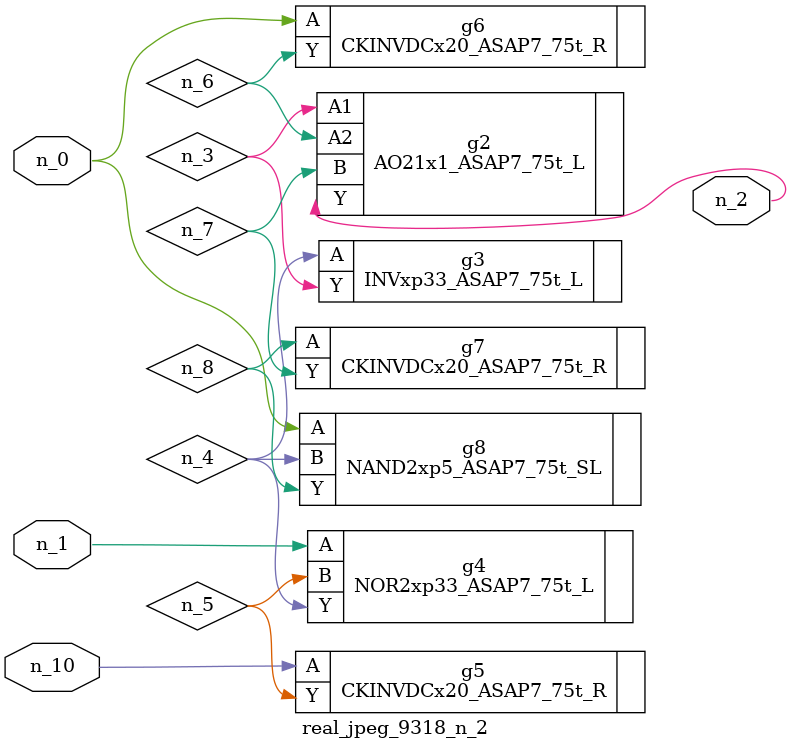
<source format=v>
module real_jpeg_9318_n_2 (n_1, n_10, n_0, n_2);

input n_1;
input n_10;
input n_0;

output n_2;

wire n_5;
wire n_4;
wire n_8;
wire n_6;
wire n_7;
wire n_3;

CKINVDCx20_ASAP7_75t_R g6 ( 
.A(n_0),
.Y(n_6)
);

NAND2xp5_ASAP7_75t_SL g8 ( 
.A(n_0),
.B(n_4),
.Y(n_8)
);

NOR2xp33_ASAP7_75t_L g4 ( 
.A(n_1),
.B(n_5),
.Y(n_4)
);

AO21x1_ASAP7_75t_L g2 ( 
.A1(n_3),
.A2(n_6),
.B(n_7),
.Y(n_2)
);

INVxp33_ASAP7_75t_L g3 ( 
.A(n_4),
.Y(n_3)
);

CKINVDCx20_ASAP7_75t_R g7 ( 
.A(n_8),
.Y(n_7)
);

CKINVDCx20_ASAP7_75t_R g5 ( 
.A(n_10),
.Y(n_5)
);


endmodule
</source>
